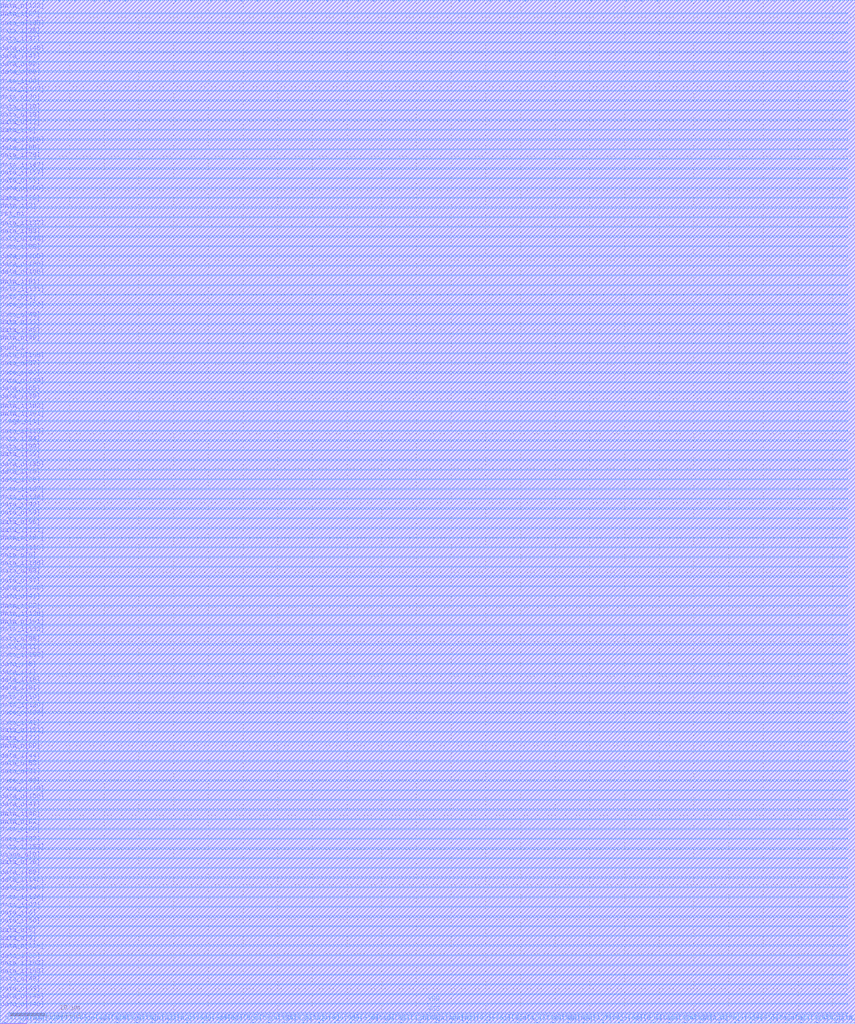
<source format=lef>
VERSION 5.8 ;
BUSBITCHARS "[]" ;
DIVIDERCHAR "/" ;
UNITS
    DATABASE MICRONS 2000 ;
END UNITS

MACRO fifo_v3_8
  FOREIGN fifo_v3_8 0 0 ;
  CLASS BLOCK ;
  SIZE 123.245 BY 147.49 ;
  PIN VSS
    USE GROUND ;
    DIRECTION INOUT ;
    PORT
      LAYER metal4 ;
        RECT  1.14 144.115 122.17 144.285 ;
        RECT  1.14 141.315 122.17 141.485 ;
        RECT  1.14 138.515 122.17 138.685 ;
        RECT  1.14 135.715 122.17 135.885 ;
        RECT  1.14 132.915 122.17 133.085 ;
        RECT  1.14 130.115 122.17 130.285 ;
        RECT  1.14 127.315 122.17 127.485 ;
        RECT  1.14 124.515 122.17 124.685 ;
        RECT  1.14 121.715 122.17 121.885 ;
        RECT  1.14 118.915 122.17 119.085 ;
        RECT  1.14 116.115 122.17 116.285 ;
        RECT  1.14 113.315 122.17 113.485 ;
        RECT  1.14 110.515 122.17 110.685 ;
        RECT  1.14 107.715 122.17 107.885 ;
        RECT  1.14 104.915 122.17 105.085 ;
        RECT  1.14 102.115 122.17 102.285 ;
        RECT  1.14 99.315 122.17 99.485 ;
        RECT  1.14 96.515 122.17 96.685 ;
        RECT  1.14 93.715 122.17 93.885 ;
        RECT  1.14 90.915 122.17 91.085 ;
        RECT  1.14 88.115 122.17 88.285 ;
        RECT  1.14 85.315 122.17 85.485 ;
        RECT  1.14 82.515 122.17 82.685 ;
        RECT  1.14 79.715 122.17 79.885 ;
        RECT  1.14 76.915 122.17 77.085 ;
        RECT  1.14 74.115 122.17 74.285 ;
        RECT  1.14 71.315 122.17 71.485 ;
        RECT  1.14 68.515 122.17 68.685 ;
        RECT  1.14 65.715 122.17 65.885 ;
        RECT  1.14 62.915 122.17 63.085 ;
        RECT  1.14 60.115 122.17 60.285 ;
        RECT  1.14 57.315 122.17 57.485 ;
        RECT  1.14 54.515 122.17 54.685 ;
        RECT  1.14 51.715 122.17 51.885 ;
        RECT  1.14 48.915 122.17 49.085 ;
        RECT  1.14 46.115 122.17 46.285 ;
        RECT  1.14 43.315 122.17 43.485 ;
        RECT  1.14 40.515 122.17 40.685 ;
        RECT  1.14 37.715 122.17 37.885 ;
        RECT  1.14 34.915 122.17 35.085 ;
        RECT  1.14 32.115 122.17 32.285 ;
        RECT  1.14 29.315 122.17 29.485 ;
        RECT  1.14 26.515 122.17 26.685 ;
        RECT  1.14 23.715 122.17 23.885 ;
        RECT  1.14 20.915 122.17 21.085 ;
        RECT  1.14 18.115 122.17 18.285 ;
        RECT  1.14 15.315 122.17 15.485 ;
        RECT  1.14 12.515 122.17 12.685 ;
        RECT  1.14 9.715 122.17 9.885 ;
        RECT  1.14 6.915 122.17 7.085 ;
        RECT  1.14 4.115 122.17 4.285 ;
        RECT  1.14 1.315 122.17 1.485 ;
    END
  END VSS
  PIN VDD
    USE POWER ;
    DIRECTION INOUT ;
    PORT
      LAYER metal4 ;
        RECT  1.14 145.515 122.17 145.685 ;
        RECT  1.14 142.715 122.17 142.885 ;
        RECT  1.14 139.915 122.17 140.085 ;
        RECT  1.14 137.115 122.17 137.285 ;
        RECT  1.14 134.315 122.17 134.485 ;
        RECT  1.14 131.515 122.17 131.685 ;
        RECT  1.14 128.715 122.17 128.885 ;
        RECT  1.14 125.915 122.17 126.085 ;
        RECT  1.14 123.115 122.17 123.285 ;
        RECT  1.14 120.315 122.17 120.485 ;
        RECT  1.14 117.515 122.17 117.685 ;
        RECT  1.14 114.715 122.17 114.885 ;
        RECT  1.14 111.915 122.17 112.085 ;
        RECT  1.14 109.115 122.17 109.285 ;
        RECT  1.14 106.315 122.17 106.485 ;
        RECT  1.14 103.515 122.17 103.685 ;
        RECT  1.14 100.715 122.17 100.885 ;
        RECT  1.14 97.915 122.17 98.085 ;
        RECT  1.14 95.115 122.17 95.285 ;
        RECT  1.14 92.315 122.17 92.485 ;
        RECT  1.14 89.515 122.17 89.685 ;
        RECT  1.14 86.715 122.17 86.885 ;
        RECT  1.14 83.915 122.17 84.085 ;
        RECT  1.14 81.115 122.17 81.285 ;
        RECT  1.14 78.315 122.17 78.485 ;
        RECT  1.14 75.515 122.17 75.685 ;
        RECT  1.14 72.715 122.17 72.885 ;
        RECT  1.14 69.915 122.17 70.085 ;
        RECT  1.14 67.115 122.17 67.285 ;
        RECT  1.14 64.315 122.17 64.485 ;
        RECT  1.14 61.515 122.17 61.685 ;
        RECT  1.14 58.715 122.17 58.885 ;
        RECT  1.14 55.915 122.17 56.085 ;
        RECT  1.14 53.115 122.17 53.285 ;
        RECT  1.14 50.315 122.17 50.485 ;
        RECT  1.14 47.515 122.17 47.685 ;
        RECT  1.14 44.715 122.17 44.885 ;
        RECT  1.14 41.915 122.17 42.085 ;
        RECT  1.14 39.115 122.17 39.285 ;
        RECT  1.14 36.315 122.17 36.485 ;
        RECT  1.14 33.515 122.17 33.685 ;
        RECT  1.14 30.715 122.17 30.885 ;
        RECT  1.14 27.915 122.17 28.085 ;
        RECT  1.14 25.115 122.17 25.285 ;
        RECT  1.14 22.315 122.17 22.485 ;
        RECT  1.14 19.515 122.17 19.685 ;
        RECT  1.14 16.715 122.17 16.885 ;
        RECT  1.14 13.915 122.17 14.085 ;
        RECT  1.14 11.115 122.17 11.285 ;
        RECT  1.14 8.315 122.17 8.485 ;
        RECT  1.14 5.515 122.17 5.685 ;
        RECT  1.14 2.715 122.17 2.885 ;
    END
  END VDD
  PIN clk_i
    DIRECTION INPUT ;
    USE SIGNAL ;
    PORT
      LAYER metal3 ;
        RECT  123.175 38.115 123.245 38.185 ;
    END
  END clk_i
  PIN data_i[0]
    DIRECTION INPUT ;
    USE SIGNAL ;
    PORT
      LAYER metal3 ;
        RECT  123.175 87.115 123.245 87.185 ;
    END
  END data_i[0]
  PIN data_i[100]
    DIRECTION INPUT ;
    USE SIGNAL ;
    PORT
      LAYER metal3 ;
        RECT  123.175 58.555 123.245 58.625 ;
    END
  END data_i[100]
  PIN data_i[101]
    DIRECTION INPUT ;
    USE SIGNAL ;
    PORT
      LAYER metal3 ;
        RECT  0 87.115 0.07 87.185 ;
    END
  END data_i[101]
  PIN data_i[102]
    DIRECTION INPUT ;
    USE SIGNAL ;
    PORT
      LAYER metal4 ;
        RECT  75.625 147.35 75.765 147.49 ;
    END
  END data_i[102]
  PIN data_i[103]
    DIRECTION INPUT ;
    USE SIGNAL ;
    PORT
      LAYER metal3 ;
        RECT  0 7.875 0.07 7.945 ;
    END
  END data_i[103]
  PIN data_i[104]
    DIRECTION INPUT ;
    USE SIGNAL ;
    PORT
      LAYER metal3 ;
        RECT  123.175 61.915 123.245 61.985 ;
    END
  END data_i[104]
  PIN data_i[105]
    DIRECTION INPUT ;
    USE SIGNAL ;
    PORT
      LAYER metal4 ;
        RECT  61.065 147.35 61.205 147.49 ;
    END
  END data_i[105]
  PIN data_i[106]
    DIRECTION INPUT ;
    USE SIGNAL ;
    PORT
      LAYER metal3 ;
        RECT  123.175 45.115 123.245 45.185 ;
    END
  END data_i[106]
  PIN data_i[107]
    DIRECTION INPUT ;
    USE SIGNAL ;
    PORT
      LAYER metal3 ;
        RECT  0 133.875 0.07 133.945 ;
    END
  END data_i[107]
  PIN data_i[108]
    DIRECTION INPUT ;
    USE SIGNAL ;
    PORT
      LAYER metal3 ;
        RECT  0 6.755 0.07 6.825 ;
    END
  END data_i[108]
  PIN data_i[109]
    DIRECTION INPUT ;
    USE SIGNAL ;
    PORT
      LAYER metal3 ;
        RECT  123.175 12.915 123.245 12.985 ;
    END
  END data_i[109]
  PIN data_i[10]
    DIRECTION INPUT ;
    USE SIGNAL ;
    PORT
      LAYER metal3 ;
        RECT  0 131.355 0.07 131.425 ;
    END
  END data_i[10]
  PIN data_i[110]
    DIRECTION INPUT ;
    USE SIGNAL ;
    PORT
      LAYER metal4 ;
        RECT  74.505 0 74.645 0.14 ;
    END
  END data_i[110]
  PIN data_i[111]
    DIRECTION INPUT ;
    USE SIGNAL ;
    PORT
      LAYER metal3 ;
        RECT  123.175 41.755 123.245 41.825 ;
    END
  END data_i[111]
  PIN data_i[112]
    DIRECTION INPUT ;
    USE SIGNAL ;
    PORT
      LAYER metal3 ;
        RECT  123.175 89.635 123.245 89.705 ;
    END
  END data_i[112]
  PIN data_i[113]
    DIRECTION INPUT ;
    USE SIGNAL ;
    PORT
      LAYER metal4 ;
        RECT  113.145 0 113.285 0.14 ;
    END
  END data_i[113]
  PIN data_i[114]
    DIRECTION INPUT ;
    USE SIGNAL ;
    PORT
      LAYER metal3 ;
        RECT  123.175 75.355 123.245 75.425 ;
    END
  END data_i[114]
  PIN data_i[115]
    DIRECTION INPUT ;
    USE SIGNAL ;
    PORT
      LAYER metal4 ;
        RECT  104.185 147.35 104.325 147.49 ;
    END
  END data_i[115]
  PIN data_i[116]
    DIRECTION INPUT ;
    USE SIGNAL ;
    PORT
      LAYER metal3 ;
        RECT  0 67.795 0.07 67.865 ;
    END
  END data_i[116]
  PIN data_i[117]
    DIRECTION INPUT ;
    USE SIGNAL ;
    PORT
      LAYER metal4 ;
        RECT  15.705 147.35 15.845 147.49 ;
    END
  END data_i[117]
  PIN data_i[118]
    DIRECTION INPUT ;
    USE SIGNAL ;
    PORT
      LAYER metal3 ;
        RECT  0 84.595 0.07 84.665 ;
    END
  END data_i[118]
  PIN data_i[119]
    DIRECTION INPUT ;
    USE SIGNAL ;
    PORT
      LAYER metal3 ;
        RECT  123.175 3.395 123.245 3.465 ;
    END
  END data_i[119]
  PIN data_i[11]
    DIRECTION INPUT ;
    USE SIGNAL ;
    PORT
      LAYER metal3 ;
        RECT  123.175 111.195 123.245 111.265 ;
    END
  END data_i[11]
  PIN data_i[120]
    DIRECTION INPUT ;
    USE SIGNAL ;
    PORT
      LAYER metal3 ;
        RECT  0 45.115 0.07 45.185 ;
    END
  END data_i[120]
  PIN data_i[121]
    DIRECTION INPUT ;
    USE SIGNAL ;
    PORT
      LAYER metal3 ;
        RECT  0 70.315 0.07 70.385 ;
    END
  END data_i[121]
  PIN data_i[122]
    DIRECTION INPUT ;
    USE SIGNAL ;
    PORT
      LAYER metal3 ;
        RECT  123.175 64.435 123.245 64.505 ;
    END
  END data_i[122]
  PIN data_i[123]
    DIRECTION INPUT ;
    USE SIGNAL ;
    PORT
      LAYER metal4 ;
        RECT  98.585 0 98.725 0.14 ;
    END
  END data_i[123]
  PIN data_i[124]
    DIRECTION INPUT ;
    USE SIGNAL ;
    PORT
      LAYER metal3 ;
        RECT  0 75.075 0.07 75.145 ;
    END
  END data_i[124]
  PIN data_i[125]
    DIRECTION INPUT ;
    USE SIGNAL ;
    PORT
      LAYER metal4 ;
        RECT  109.225 147.35 109.365 147.49 ;
    END
  END data_i[125]
  PIN data_i[126]
    DIRECTION INPUT ;
    USE SIGNAL ;
    PORT
      LAYER metal4 ;
        RECT  55.465 0 55.605 0.14 ;
    END
  END data_i[126]
  PIN data_i[127]
    DIRECTION INPUT ;
    USE SIGNAL ;
    PORT
      LAYER metal3 ;
        RECT  0 76.195 0.07 76.265 ;
    END
  END data_i[127]
  PIN data_i[128]
    DIRECTION INPUT ;
    USE SIGNAL ;
    PORT
      LAYER metal3 ;
        RECT  123.175 81.235 123.245 81.305 ;
    END
  END data_i[128]
  PIN data_i[129]
    DIRECTION INPUT ;
    USE SIGNAL ;
    PORT
      LAYER metal3 ;
        RECT  123.175 105.315 123.245 105.385 ;
    END
  END data_i[129]
  PIN data_i[12]
    DIRECTION INPUT ;
    USE SIGNAL ;
    PORT
      LAYER metal3 ;
        RECT  123.175 66.955 123.245 67.025 ;
    END
  END data_i[12]
  PIN data_i[130]
    DIRECTION INPUT ;
    USE SIGNAL ;
    PORT
      LAYER metal4 ;
        RECT  91.305 0 91.445 0.14 ;
    END
  END data_i[130]
  PIN data_i[131]
    DIRECTION INPUT ;
    USE SIGNAL ;
    PORT
      LAYER metal3 ;
        RECT  0 105.035 0.07 105.105 ;
    END
  END data_i[131]
  PIN data_i[132]
    DIRECTION INPUT ;
    USE SIGNAL ;
    PORT
      LAYER metal3 ;
        RECT  0 56.035 0.07 56.105 ;
    END
  END data_i[132]
  PIN data_i[133]
    DIRECTION INPUT ;
    USE SIGNAL ;
    PORT
      LAYER metal3 ;
        RECT  123.175 31.955 123.245 32.025 ;
    END
  END data_i[133]
  PIN data_i[134]
    DIRECTION INPUT ;
    USE SIGNAL ;
    PORT
      LAYER metal3 ;
        RECT  0 17.395 0.07 17.465 ;
    END
  END data_i[134]
  PIN data_i[135]
    DIRECTION INPUT ;
    USE SIGNAL ;
    PORT
      LAYER metal4 ;
        RECT  12.345 0 12.485 0.14 ;
    END
  END data_i[135]
  PIN data_i[136]
    DIRECTION INPUT ;
    USE SIGNAL ;
    PORT
      LAYER metal3 ;
        RECT  0 58.275 0.07 58.345 ;
    END
  END data_i[136]
  PIN data_i[137]
    DIRECTION INPUT ;
    USE SIGNAL ;
    PORT
      LAYER metal3 ;
        RECT  0 114.555 0.07 114.625 ;
    END
  END data_i[137]
  PIN data_i[138]
    DIRECTION INPUT ;
    USE SIGNAL ;
    PORT
      LAYER metal4 ;
        RECT  42.025 147.35 42.165 147.49 ;
    END
  END data_i[138]
  PIN data_i[139]
    DIRECTION INPUT ;
    USE SIGNAL ;
    PORT
      LAYER metal4 ;
        RECT  20.185 147.35 20.325 147.49 ;
    END
  END data_i[139]
  PIN data_i[13]
    DIRECTION INPUT ;
    USE SIGNAL ;
    PORT
      LAYER metal3 ;
        RECT  123.175 119.595 123.245 119.665 ;
    END
  END data_i[13]
  PIN data_i[140]
    DIRECTION INPUT ;
    USE SIGNAL ;
    PORT
      LAYER metal3 ;
        RECT  0 18.795 0.07 18.865 ;
    END
  END data_i[140]
  PIN data_i[141]
    DIRECTION INPUT ;
    USE SIGNAL ;
    PORT
      LAYER metal4 ;
        RECT  56.585 147.35 56.725 147.49 ;
    END
  END data_i[141]
  PIN data_i[142]
    DIRECTION INPUT ;
    USE SIGNAL ;
    PORT
      LAYER metal3 ;
        RECT  0 61.915 0.07 61.985 ;
    END
  END data_i[142]
  PIN data_i[143]
    DIRECTION INPUT ;
    USE SIGNAL ;
    PORT
      LAYER metal3 ;
        RECT  0 19.915 0.07 19.985 ;
    END
  END data_i[143]
  PIN data_i[144]
    DIRECTION INPUT ;
    USE SIGNAL ;
    PORT
      LAYER metal3 ;
        RECT  123.175 21.315 123.245 21.385 ;
    END
  END data_i[144]
  PIN data_i[145]
    DIRECTION INPUT ;
    USE SIGNAL ;
    PORT
      LAYER metal4 ;
        RECT  120.425 0 120.565 0.14 ;
    END
  END data_i[145]
  PIN data_i[146]
    DIRECTION INPUT ;
    USE SIGNAL ;
    PORT
      LAYER metal4 ;
        RECT  70.585 147.35 70.725 147.49 ;
    END
  END data_i[146]
  PIN data_i[147]
    DIRECTION INPUT ;
    USE SIGNAL ;
    PORT
      LAYER metal3 ;
        RECT  0 122.955 0.07 123.025 ;
    END
  END data_i[147]
  PIN data_i[148]
    DIRECTION INPUT ;
    USE SIGNAL ;
    PORT
      LAYER metal4 ;
        RECT  58.825 147.35 58.965 147.49 ;
    END
  END data_i[148]
  PIN data_i[149]
    DIRECTION INPUT ;
    USE SIGNAL ;
    PORT
      LAYER metal4 ;
        RECT  114.265 147.35 114.405 147.49 ;
    END
  END data_i[149]
  PIN data_i[14]
    DIRECTION INPUT ;
    USE SIGNAL ;
    PORT
      LAYER metal4 ;
        RECT  111.465 147.35 111.605 147.49 ;
    END
  END data_i[14]
  PIN data_i[150]
    DIRECTION INPUT ;
    USE SIGNAL ;
    PORT
      LAYER metal3 ;
        RECT  0 102.795 0.07 102.865 ;
    END
  END data_i[150]
  PIN data_i[151]
    DIRECTION INPUT ;
    USE SIGNAL ;
    PORT
      LAYER metal4 ;
        RECT  106.985 147.35 107.125 147.49 ;
    END
  END data_i[151]
  PIN data_i[152]
    DIRECTION INPUT ;
    USE SIGNAL ;
    PORT
      LAYER metal3 ;
        RECT  0 52.395 0.07 52.465 ;
    END
  END data_i[152]
  PIN data_i[153]
    DIRECTION INPUT ;
    USE SIGNAL ;
    PORT
      LAYER metal3 ;
        RECT  0 24.675 0.07 24.745 ;
    END
  END data_i[153]
  PIN data_i[154]
    DIRECTION INPUT ;
    USE SIGNAL ;
    PORT
      LAYER metal4 ;
        RECT  103.625 0 103.765 0.14 ;
    END
  END data_i[154]
  PIN data_i[155]
    DIRECTION INPUT ;
    USE SIGNAL ;
    PORT
      LAYER metal3 ;
        RECT  123.175 137.515 123.245 137.585 ;
    END
  END data_i[155]
  PIN data_i[156]
    DIRECTION INPUT ;
    USE SIGNAL ;
    PORT
      LAYER metal3 ;
        RECT  123.175 114.835 123.245 114.905 ;
    END
  END data_i[156]
  PIN data_i[157]
    DIRECTION INPUT ;
    USE SIGNAL ;
    PORT
      LAYER metal3 ;
        RECT  0 121.835 0.07 121.905 ;
    END
  END data_i[157]
  PIN data_i[158]
    DIRECTION INPUT ;
    USE SIGNAL ;
    PORT
      LAYER metal3 ;
        RECT  0 126.595 0.07 126.665 ;
    END
  END data_i[158]
  PIN data_i[159]
    DIRECTION INPUT ;
    USE SIGNAL ;
    PORT
      LAYER metal3 ;
        RECT  123.175 115.955 123.245 116.025 ;
    END
  END data_i[159]
  PIN data_i[15]
    DIRECTION INPUT ;
    USE SIGNAL ;
    PORT
      LAYER metal3 ;
        RECT  123.175 112.315 123.245 112.385 ;
    END
  END data_i[15]
  PIN data_i[160]
    DIRECTION INPUT ;
    USE SIGNAL ;
    PORT
      LAYER metal4 ;
        RECT  60.505 0 60.645 0.14 ;
    END
  END data_i[160]
  PIN data_i[161]
    DIRECTION INPUT ;
    USE SIGNAL ;
    PORT
      LAYER metal4 ;
        RECT  67.225 0 67.365 0.14 ;
    END
  END data_i[161]
  PIN data_i[162]
    DIRECTION INPUT ;
    USE SIGNAL ;
    PORT
      LAYER metal4 ;
        RECT  117.625 0 117.765 0.14 ;
    END
  END data_i[162]
  PIN data_i[163]
    DIRECTION INPUT ;
    USE SIGNAL ;
    PORT
      LAYER metal3 ;
        RECT  0 88.235 0.07 88.305 ;
    END
  END data_i[163]
  PIN data_i[164]
    DIRECTION INPUT ;
    USE SIGNAL ;
    PORT
      LAYER metal3 ;
        RECT  123.175 127.995 123.245 128.065 ;
    END
  END data_i[164]
  PIN data_i[165]
    DIRECTION INPUT ;
    USE SIGNAL ;
    PORT
      LAYER metal3 ;
        RECT  0 109.795 0.07 109.865 ;
    END
  END data_i[165]
  PIN data_i[166]
    DIRECTION INPUT ;
    USE SIGNAL ;
    PORT
      LAYER metal3 ;
        RECT  0 65.555 0.07 65.625 ;
    END
  END data_i[166]
  PIN data_i[16]
    DIRECTION INPUT ;
    USE SIGNAL ;
    PORT
      LAYER metal3 ;
        RECT  123.175 63.315 123.245 63.385 ;
    END
  END data_i[16]
  PIN data_i[17]
    DIRECTION INPUT ;
    USE SIGNAL ;
    PORT
      LAYER metal3 ;
        RECT  123.175 26.075 123.245 26.145 ;
    END
  END data_i[17]
  PIN data_i[18]
    DIRECTION INPUT ;
    USE SIGNAL ;
    PORT
      LAYER metal3 ;
        RECT  0 48.755 0.07 48.825 ;
    END
  END data_i[18]
  PIN data_i[19]
    DIRECTION INPUT ;
    USE SIGNAL ;
    PORT
      LAYER metal3 ;
        RECT  123.175 120.715 123.245 120.785 ;
    END
  END data_i[19]
  PIN data_i[1]
    DIRECTION INPUT ;
    USE SIGNAL ;
    PORT
      LAYER metal3 ;
        RECT  0 49.875 0.07 49.945 ;
    END
  END data_i[1]
  PIN data_i[20]
    DIRECTION INPUT ;
    USE SIGNAL ;
    PORT
      LAYER metal3 ;
        RECT  123.175 145.915 123.245 145.985 ;
    END
  END data_i[20]
  PIN data_i[21]
    DIRECTION INPUT ;
    USE SIGNAL ;
    PORT
      LAYER metal4 ;
        RECT  118.745 147.35 118.885 147.49 ;
    END
  END data_i[21]
  PIN data_i[22]
    DIRECTION INPUT ;
    USE SIGNAL ;
    PORT
      LAYER metal3 ;
        RECT  0 59.395 0.07 59.465 ;
    END
  END data_i[22]
  PIN data_i[23]
    DIRECTION INPUT ;
    USE SIGNAL ;
    PORT
      LAYER metal4 ;
        RECT  1.145 147.35 1.285 147.49 ;
    END
  END data_i[23]
  PIN data_i[24]
    DIRECTION INPUT ;
    USE SIGNAL ;
    PORT
      LAYER metal4 ;
        RECT  84.025 0 84.165 0.14 ;
    END
  END data_i[24]
  PIN data_i[25]
    DIRECTION INPUT ;
    USE SIGNAL ;
    PORT
      LAYER metal4 ;
        RECT  92.425 147.35 92.565 147.49 ;
    END
  END data_i[25]
  PIN data_i[26]
    DIRECTION INPUT ;
    USE SIGNAL ;
    PORT
      LAYER metal3 ;
        RECT  0 118.195 0.07 118.265 ;
    END
  END data_i[26]
  PIN data_i[27]
    DIRECTION INPUT ;
    USE SIGNAL ;
    PORT
      LAYER metal3 ;
        RECT  0 144.795 0.07 144.865 ;
    END
  END data_i[27]
  PIN data_i[28]
    DIRECTION INPUT ;
    USE SIGNAL ;
    PORT
      LAYER metal3 ;
        RECT  123.175 51.275 123.245 51.345 ;
    END
  END data_i[28]
  PIN data_i[29]
    DIRECTION INPUT ;
    USE SIGNAL ;
    PORT
      LAYER metal4 ;
        RECT  64.985 0 65.125 0.14 ;
    END
  END data_i[29]
  PIN data_i[2]
    DIRECTION INPUT ;
    USE SIGNAL ;
    PORT
      LAYER metal4 ;
        RECT  68.345 147.35 68.485 147.49 ;
    END
  END data_i[2]
  PIN data_i[30]
    DIRECTION INPUT ;
    USE SIGNAL ;
    PORT
      LAYER metal4 ;
        RECT  99.705 147.35 99.845 147.49 ;
    END
  END data_i[30]
  PIN data_i[31]
    DIRECTION INPUT ;
    USE SIGNAL ;
    PORT
      LAYER metal3 ;
        RECT  123.175 124.355 123.245 124.425 ;
    END
  END data_i[31]
  PIN data_i[32]
    DIRECTION INPUT ;
    USE SIGNAL ;
    PORT
      LAYER metal3 ;
        RECT  0 34.195 0.07 34.265 ;
    END
  END data_i[32]
  PIN data_i[33]
    DIRECTION INPUT ;
    USE SIGNAL ;
    PORT
      LAYER metal3 ;
        RECT  0 8.995 0.07 9.065 ;
    END
  END data_i[33]
  PIN data_i[34]
    DIRECTION INPUT ;
    USE SIGNAL ;
    PORT
      LAYER metal4 ;
        RECT  30.265 147.35 30.405 147.49 ;
    END
  END data_i[34]
  PIN data_i[35]
    DIRECTION INPUT ;
    USE SIGNAL ;
    PORT
      LAYER metal4 ;
        RECT  53.225 0 53.365 0.14 ;
    END
  END data_i[35]
  PIN data_i[36]
    DIRECTION INPUT ;
    USE SIGNAL ;
    PORT
      LAYER metal3 ;
        RECT  0 142.275 0.07 142.345 ;
    END
  END data_i[36]
  PIN data_i[37]
    DIRECTION INPUT ;
    USE SIGNAL ;
    PORT
      LAYER metal3 ;
        RECT  0 141.155 0.07 141.225 ;
    END
  END data_i[37]
  PIN data_i[38]
    DIRECTION INPUT ;
    USE SIGNAL ;
    PORT
      LAYER metal3 ;
        RECT  0 77.595 0.07 77.665 ;
    END
  END data_i[38]
  PIN data_i[39]
    DIRECTION INPUT ;
    USE SIGNAL ;
    PORT
      LAYER metal3 ;
        RECT  0 81.235 0.07 81.305 ;
    END
  END data_i[39]
  PIN data_i[3]
    DIRECTION INPUT ;
    USE SIGNAL ;
    PORT
      LAYER metal3 ;
        RECT  0 117.075 0.07 117.145 ;
    END
  END data_i[3]
  PIN data_i[40]
    DIRECTION INPUT ;
    USE SIGNAL ;
    PORT
      LAYER metal3 ;
        RECT  123.175 50.155 123.245 50.225 ;
    END
  END data_i[40]
  PIN data_i[41]
    DIRECTION INPUT ;
    USE SIGNAL ;
    PORT
      LAYER metal3 ;
        RECT  0 42.595 0.07 42.665 ;
    END
  END data_i[41]
  PIN data_i[42]
    DIRECTION INPUT ;
    USE SIGNAL ;
    PORT
      LAYER metal3 ;
        RECT  123.175 40.355 123.245 40.425 ;
    END
  END data_i[42]
  PIN data_i[43]
    DIRECTION INPUT ;
    USE SIGNAL ;
    PORT
      LAYER metal4 ;
        RECT  82.905 147.35 83.045 147.49 ;
    END
  END data_i[43]
  PIN data_i[44]
    DIRECTION INPUT ;
    USE SIGNAL ;
    PORT
      LAYER metal3 ;
        RECT  0 37.835 0.07 37.905 ;
    END
  END data_i[44]
  PIN data_i[45]
    DIRECTION INPUT ;
    USE SIGNAL ;
    PORT
      LAYER metal3 ;
        RECT  0 99.155 0.07 99.225 ;
    END
  END data_i[45]
  PIN data_i[46]
    DIRECTION INPUT ;
    USE SIGNAL ;
    PORT
      LAYER metal3 ;
        RECT  123.175 56.035 123.245 56.105 ;
    END
  END data_i[46]
  PIN data_i[47]
    DIRECTION INPUT ;
    USE SIGNAL ;
    PORT
      LAYER metal3 ;
        RECT  0 138.635 0.07 138.705 ;
    END
  END data_i[47]
  PIN data_i[48]
    DIRECTION INPUT ;
    USE SIGNAL ;
    PORT
      LAYER metal3 ;
        RECT  0 29.435 0.07 29.505 ;
    END
  END data_i[48]
  PIN data_i[49]
    DIRECTION INPUT ;
    USE SIGNAL ;
    PORT
      LAYER metal4 ;
        RECT  57.705 0 57.845 0.14 ;
    END
  END data_i[49]
  PIN data_i[4]
    DIRECTION INPUT ;
    USE SIGNAL ;
    PORT
      LAYER metal3 ;
        RECT  123.175 47.635 123.245 47.705 ;
    END
  END data_i[4]
  PIN data_i[50]
    DIRECTION INPUT ;
    USE SIGNAL ;
    PORT
      LAYER metal3 ;
        RECT  0 14.035 0.07 14.105 ;
    END
  END data_i[50]
  PIN data_i[51]
    DIRECTION INPUT ;
    USE SIGNAL ;
    PORT
      LAYER metal3 ;
        RECT  0 106.155 0.07 106.225 ;
    END
  END data_i[51]
  PIN data_i[52]
    DIRECTION INPUT ;
    USE SIGNAL ;
    PORT
      LAYER metal4 ;
        RECT  29.145 0 29.285 0.14 ;
    END
  END data_i[52]
  PIN data_i[53]
    DIRECTION INPUT ;
    USE SIGNAL ;
    PORT
      LAYER metal4 ;
        RECT  6.185 147.35 6.325 147.49 ;
    END
  END data_i[53]
  PIN data_i[54]
    DIRECTION INPUT ;
    USE SIGNAL ;
    PORT
      LAYER metal4 ;
        RECT  34.745 147.35 34.885 147.49 ;
    END
  END data_i[54]
  PIN data_i[55]
    DIRECTION INPUT ;
    USE SIGNAL ;
    PORT
      LAYER metal3 ;
        RECT  123.175 54.915 123.245 54.985 ;
    END
  END data_i[55]
  PIN data_i[56]
    DIRECTION INPUT ;
    USE SIGNAL ;
    PORT
      LAYER metal3 ;
        RECT  123.175 28.595 123.245 28.665 ;
    END
  END data_i[56]
  PIN data_i[57]
    DIRECTION INPUT ;
    USE SIGNAL ;
    PORT
      LAYER metal3 ;
        RECT  123.175 73.955 123.245 74.025 ;
    END
  END data_i[57]
  PIN data_i[58]
    DIRECTION INPUT ;
    USE SIGNAL ;
    PORT
      LAYER metal3 ;
        RECT  0 113.435 0.07 113.505 ;
    END
  END data_i[58]
  PIN data_i[59]
    DIRECTION INPUT ;
    USE SIGNAL ;
    PORT
      LAYER metal3 ;
        RECT  123.175 136.395 123.245 136.465 ;
    END
  END data_i[59]
  PIN data_i[5]
    DIRECTION INPUT ;
    USE SIGNAL ;
    PORT
      LAYER metal3 ;
        RECT  123.175 42.875 123.245 42.945 ;
    END
  END data_i[5]
  PIN data_i[60]
    DIRECTION INPUT ;
    USE SIGNAL ;
    PORT
      LAYER metal4 ;
        RECT  86.825 0 86.965 0.14 ;
    END
  END data_i[60]
  PIN data_i[61]
    DIRECTION INPUT ;
    USE SIGNAL ;
    PORT
      LAYER metal3 ;
        RECT  123.175 29.715 123.245 29.785 ;
    END
  END data_i[61]
  PIN data_i[62]
    DIRECTION INPUT ;
    USE SIGNAL ;
    PORT
      LAYER metal4 ;
        RECT  21.865 0 22.005 0.14 ;
    END
  END data_i[62]
  PIN data_i[63]
    DIRECTION INPUT ;
    USE SIGNAL ;
    PORT
      LAYER metal3 ;
        RECT  123.175 83.755 123.245 83.825 ;
    END
  END data_i[63]
  PIN data_i[64]
    DIRECTION INPUT ;
    USE SIGNAL ;
    PORT
      LAYER metal3 ;
        RECT  123.175 113.715 123.245 113.785 ;
    END
  END data_i[64]
  PIN data_i[65]
    DIRECTION INPUT ;
    USE SIGNAL ;
    PORT
      LAYER metal3 ;
        RECT  0 90.755 0.07 90.825 ;
    END
  END data_i[65]
  PIN data_i[66]
    DIRECTION INPUT ;
    USE SIGNAL ;
    PORT
      LAYER metal3 ;
        RECT  123.175 57.155 123.245 57.225 ;
    END
  END data_i[66]
  PIN data_i[67]
    DIRECTION INPUT ;
    USE SIGNAL ;
    PORT
      LAYER metal3 ;
        RECT  123.175 24.955 123.245 25.025 ;
    END
  END data_i[67]
  PIN data_i[68]
    DIRECTION INPUT ;
    USE SIGNAL ;
    PORT
      LAYER metal3 ;
        RECT  123.175 4.515 123.245 4.585 ;
    END
  END data_i[68]
  PIN data_i[69]
    DIRECTION INPUT ;
    USE SIGNAL ;
    PORT
      LAYER metal4 ;
        RECT  49.305 147.35 49.445 147.49 ;
    END
  END data_i[69]
  PIN data_i[6]
    DIRECTION INPUT ;
    USE SIGNAL ;
    PORT
      LAYER metal3 ;
        RECT  0 15.155 0.07 15.225 ;
    END
  END data_i[6]
  PIN data_i[70]
    DIRECTION INPUT ;
    USE SIGNAL ;
    PORT
      LAYER metal3 ;
        RECT  0 78.715 0.07 78.785 ;
    END
  END data_i[70]
  PIN data_i[71]
    DIRECTION INPUT ;
    USE SIGNAL ;
    PORT
      LAYER metal3 ;
        RECT  123.175 88.515 123.245 88.585 ;
    END
  END data_i[71]
  PIN data_i[72]
    DIRECTION INPUT ;
    USE SIGNAL ;
    PORT
      LAYER metal3 ;
        RECT  0 40.355 0.07 40.425 ;
    END
  END data_i[72]
  PIN data_i[73]
    DIRECTION INPUT ;
    USE SIGNAL ;
    PORT
      LAYER metal3 ;
        RECT  123.175 23.555 123.245 23.625 ;
    END
  END data_i[73]
  PIN data_i[74]
    DIRECTION INPUT ;
    USE SIGNAL ;
    PORT
      LAYER metal3 ;
        RECT  123.175 138.915 123.245 138.985 ;
    END
  END data_i[74]
  PIN data_i[75]
    DIRECTION INPUT ;
    USE SIGNAL ;
    PORT
      LAYER metal4 ;
        RECT  105.865 0 106.005 0.14 ;
    END
  END data_i[75]
  PIN data_i[76]
    DIRECTION INPUT ;
    USE SIGNAL ;
    PORT
      LAYER metal3 ;
        RECT  0 124.355 0.07 124.425 ;
    END
  END data_i[76]
  PIN data_i[77]
    DIRECTION INPUT ;
    USE SIGNAL ;
    PORT
      LAYER metal3 ;
        RECT  123.175 48.755 123.245 48.825 ;
    END
  END data_i[77]
  PIN data_i[78]
    DIRECTION INPUT ;
    USE SIGNAL ;
    PORT
      LAYER metal3 ;
        RECT  123.175 93.275 123.245 93.345 ;
    END
  END data_i[78]
  PIN data_i[79]
    DIRECTION INPUT ;
    USE SIGNAL ;
    PORT
      LAYER metal3 ;
        RECT  0 89.635 0.07 89.705 ;
    END
  END data_i[79]
  PIN data_i[7]
    DIRECTION INPUT ;
    USE SIGNAL ;
    PORT
      LAYER metal4 ;
        RECT  70.025 0 70.165 0.14 ;
    END
  END data_i[7]
  PIN data_i[80]
    DIRECTION INPUT ;
    USE SIGNAL ;
    PORT
      LAYER metal4 ;
        RECT  36.985 147.35 37.125 147.49 ;
    END
  END data_i[80]
  PIN data_i[81]
    DIRECTION INPUT ;
    USE SIGNAL ;
    PORT
      LAYER metal3 ;
        RECT  123.175 17.675 123.245 17.745 ;
    END
  END data_i[81]
  PIN data_i[82]
    DIRECTION INPUT ;
    USE SIGNAL ;
    PORT
      LAYER metal4 ;
        RECT  39.785 147.35 39.925 147.49 ;
    END
  END data_i[82]
  PIN data_i[83]
    DIRECTION INPUT ;
    USE SIGNAL ;
    PORT
      LAYER metal4 ;
        RECT  38.665 0 38.805 0.14 ;
    END
  END data_i[83]
  PIN data_i[84]
    DIRECTION INPUT ;
    USE SIGNAL ;
    PORT
      LAYER metal3 ;
        RECT  0 83.475 0.07 83.545 ;
    END
  END data_i[84]
  PIN data_i[85]
    DIRECTION INPUT ;
    USE SIGNAL ;
    PORT
      LAYER metal3 ;
        RECT  0 125.475 0.07 125.545 ;
    END
  END data_i[85]
  PIN data_i[86]
    DIRECTION INPUT ;
    USE SIGNAL ;
    PORT
      LAYER metal3 ;
        RECT  123.175 34.475 123.245 34.545 ;
    END
  END data_i[86]
  PIN data_i[87]
    DIRECTION INPUT ;
    USE SIGNAL ;
    PORT
      LAYER metal3 ;
        RECT  0 25.795 0.07 25.865 ;
    END
  END data_i[87]
  PIN data_i[88]
    DIRECTION INPUT ;
    USE SIGNAL ;
    PORT
      LAYER metal3 ;
        RECT  0 134.995 0.07 135.065 ;
    END
  END data_i[88]
  PIN data_i[89]
    DIRECTION INPUT ;
    USE SIGNAL ;
    PORT
      LAYER metal3 ;
        RECT  0 21.035 0.07 21.105 ;
    END
  END data_i[89]
  PIN data_i[8]
    DIRECTION INPUT ;
    USE SIGNAL ;
    PORT
      LAYER metal3 ;
        RECT  0 50.995 0.07 51.065 ;
    END
  END data_i[8]
  PIN data_i[90]
    DIRECTION INPUT ;
    USE SIGNAL ;
    PORT
      LAYER metal4 ;
        RECT  89.065 0 89.205 0.14 ;
    END
  END data_i[90]
  PIN data_i[91]
    DIRECTION INPUT ;
    USE SIGNAL ;
    PORT
      LAYER metal3 ;
        RECT  0 47.635 0.07 47.705 ;
    END
  END data_i[91]
  PIN data_i[92]
    DIRECTION INPUT ;
    USE SIGNAL ;
    PORT
      LAYER metal3 ;
        RECT  0 73.955 0.07 74.025 ;
    END
  END data_i[92]
  PIN data_i[93]
    DIRECTION INPUT ;
    USE SIGNAL ;
    PORT
      LAYER metal4 ;
        RECT  87.385 147.35 87.525 147.49 ;
    END
  END data_i[93]
  PIN data_i[94]
    DIRECTION INPUT ;
    USE SIGNAL ;
    PORT
      LAYER metal3 ;
        RECT  123.175 103.915 123.245 103.985 ;
    END
  END data_i[94]
  PIN data_i[95]
    DIRECTION INPUT ;
    USE SIGNAL ;
    PORT
      LAYER metal3 ;
        RECT  0 111.195 0.07 111.265 ;
    END
  END data_i[95]
  PIN data_i[96]
    DIRECTION INPUT ;
    USE SIGNAL ;
    PORT
      LAYER metal3 ;
        RECT  0 92.995 0.07 93.065 ;
    END
  END data_i[96]
  PIN data_i[97]
    DIRECTION INPUT ;
    USE SIGNAL ;
    PORT
      LAYER metal3 ;
        RECT  0 16.275 0.07 16.345 ;
    END
  END data_i[97]
  PIN data_i[98]
    DIRECTION INPUT ;
    USE SIGNAL ;
    PORT
      LAYER metal3 ;
        RECT  123.175 15.155 123.245 15.225 ;
    END
  END data_i[98]
  PIN data_i[99]
    DIRECTION INPUT ;
    USE SIGNAL ;
    PORT
      LAYER metal3 ;
        RECT  0 82.355 0.07 82.425 ;
    END
  END data_i[99]
  PIN data_i[9]
    DIRECTION INPUT ;
    USE SIGNAL ;
    PORT
      LAYER metal3 ;
        RECT  0 127.995 0.07 128.065 ;
    END
  END data_i[9]
  PIN data_o[0]
    DIRECTION OUTPUT ;
    USE SIGNAL ;
    PORT
      LAYER metal3 ;
        RECT  0 66.675 0.07 66.745 ;
    END
  END data_o[0]
  PIN data_o[100]
    DIRECTION OUTPUT ;
    USE SIGNAL ;
    PORT
      LAYER metal3 ;
        RECT  0 108.675 0.07 108.745 ;
    END
  END data_o[100]
  PIN data_o[101]
    DIRECTION OUTPUT ;
    USE SIGNAL ;
    PORT
      LAYER metal3 ;
        RECT  0 57.155 0.07 57.225 ;
    END
  END data_o[101]
  PIN data_o[102]
    DIRECTION OUTPUT ;
    USE SIGNAL ;
    PORT
      LAYER metal3 ;
        RECT  123.175 60.795 123.245 60.865 ;
    END
  END data_o[102]
  PIN data_o[103]
    DIRECTION OUTPUT ;
    USE SIGNAL ;
    PORT
      LAYER metal3 ;
        RECT  123.175 90.755 123.245 90.825 ;
    END
  END data_o[103]
  PIN data_o[104]
    DIRECTION OUTPUT ;
    USE SIGNAL ;
    PORT
      LAYER metal3 ;
        RECT  123.175 77.595 123.245 77.665 ;
    END
  END data_o[104]
  PIN data_o[105]
    DIRECTION OUTPUT ;
    USE SIGNAL ;
    PORT
      LAYER metal3 ;
        RECT  123.175 6.755 123.245 6.825 ;
    END
  END data_o[105]
  PIN data_o[106]
    DIRECTION OUTPUT ;
    USE SIGNAL ;
    PORT
      LAYER metal3 ;
        RECT  0 95.515 0.07 95.585 ;
    END
  END data_o[106]
  PIN data_o[107]
    DIRECTION OUTPUT ;
    USE SIGNAL ;
    PORT
      LAYER metal3 ;
        RECT  123.175 5.635 123.245 5.705 ;
    END
  END data_o[107]
  PIN data_o[108]
    DIRECTION OUTPUT ;
    USE SIGNAL ;
    PORT
      LAYER metal3 ;
        RECT  0 107.555 0.07 107.625 ;
    END
  END data_o[108]
  PIN data_o[109]
    DIRECTION OUTPUT ;
    USE SIGNAL ;
    PORT
      LAYER metal4 ;
        RECT  26.905 0 27.045 0.14 ;
    END
  END data_o[109]
  PIN data_o[10]
    DIRECTION OUTPUT ;
    USE SIGNAL ;
    PORT
      LAYER metal4 ;
        RECT  40.905 0 41.045 0.14 ;
    END
  END data_o[10]
  PIN data_o[110]
    DIRECTION OUTPUT ;
    USE SIGNAL ;
    PORT
      LAYER metal3 ;
        RECT  0 10.395 0.07 10.465 ;
    END
  END data_o[110]
  PIN data_o[111]
    DIRECTION OUTPUT ;
    USE SIGNAL ;
    PORT
      LAYER metal3 ;
        RECT  123.175 36.995 123.245 37.065 ;
    END
  END data_o[111]
  PIN data_o[112]
    DIRECTION OUTPUT ;
    USE SIGNAL ;
    PORT
      LAYER metal3 ;
        RECT  123.175 76.475 123.245 76.545 ;
    END
  END data_o[112]
  PIN data_o[113]
    DIRECTION OUTPUT ;
    USE SIGNAL ;
    PORT
      LAYER metal3 ;
        RECT  123.175 126.875 123.245 126.945 ;
    END
  END data_o[113]
  PIN data_o[114]
    DIRECTION OUTPUT ;
    USE SIGNAL ;
    PORT
      LAYER metal3 ;
        RECT  123.175 130.515 123.245 130.585 ;
    END
  END data_o[114]
  PIN data_o[115]
    DIRECTION OUTPUT ;
    USE SIGNAL ;
    PORT
      LAYER metal3 ;
        RECT  123.175 143.675 123.245 143.745 ;
    END
  END data_o[115]
  PIN data_o[116]
    DIRECTION OUTPUT ;
    USE SIGNAL ;
    PORT
      LAYER metal4 ;
        RECT  50.425 0 50.565 0.14 ;
    END
  END data_o[116]
  PIN data_o[117]
    DIRECTION OUTPUT ;
    USE SIGNAL ;
    PORT
      LAYER metal3 ;
        RECT  123.175 85.995 123.245 86.065 ;
    END
  END data_o[117]
  PIN data_o[118]
    DIRECTION OUTPUT ;
    USE SIGNAL ;
    PORT
      LAYER metal3 ;
        RECT  0 33.075 0.07 33.145 ;
    END
  END data_o[118]
  PIN data_o[119]
    DIRECTION OUTPUT ;
    USE SIGNAL ;
    PORT
      LAYER metal4 ;
        RECT  116.505 147.35 116.645 147.49 ;
    END
  END data_o[119]
  PIN data_o[11]
    DIRECTION OUTPUT ;
    USE SIGNAL ;
    PORT
      LAYER metal3 ;
        RECT  0 53.515 0.07 53.585 ;
    END
  END data_o[11]
  PIN data_o[120]
    DIRECTION OUTPUT ;
    USE SIGNAL ;
    PORT
      LAYER metal4 ;
        RECT  22.985 147.35 23.125 147.49 ;
    END
  END data_o[120]
  PIN data_o[121]
    DIRECTION OUTPUT ;
    USE SIGNAL ;
    PORT
      LAYER metal3 ;
        RECT  123.175 117.355 123.245 117.425 ;
    END
  END data_o[121]
  PIN data_o[122]
    DIRECTION OUTPUT ;
    USE SIGNAL ;
    PORT
      LAYER metal3 ;
        RECT  123.175 123.235 123.245 123.305 ;
    END
  END data_o[122]
  PIN data_o[123]
    DIRECTION OUTPUT ;
    USE SIGNAL ;
    PORT
      LAYER metal3 ;
        RECT  123.175 110.075 123.245 110.145 ;
    END
  END data_o[123]
  PIN data_o[124]
    DIRECTION OUTPUT ;
    USE SIGNAL ;
    PORT
      LAYER metal4 ;
        RECT  66.105 147.35 66.245 147.49 ;
    END
  END data_o[124]
  PIN data_o[125]
    DIRECTION OUTPUT ;
    USE SIGNAL ;
    PORT
      LAYER metal3 ;
        RECT  123.175 106.435 123.245 106.505 ;
    END
  END data_o[125]
  PIN data_o[126]
    DIRECTION OUTPUT ;
    USE SIGNAL ;
    PORT
      LAYER metal4 ;
        RECT  94.105 0 94.245 0.14 ;
    END
  END data_o[126]
  PIN data_o[127]
    DIRECTION OUTPUT ;
    USE SIGNAL ;
    PORT
      LAYER metal3 ;
        RECT  123.175 134.155 123.245 134.225 ;
    END
  END data_o[127]
  PIN data_o[128]
    DIRECTION OUTPUT ;
    USE SIGNAL ;
    PORT
      LAYER metal3 ;
        RECT  0 43.995 0.07 44.065 ;
    END
  END data_o[128]
  PIN data_o[129]
    DIRECTION OUTPUT ;
    USE SIGNAL ;
    PORT
      LAYER metal4 ;
        RECT  2.825 0 2.965 0.14 ;
    END
  END data_o[129]
  PIN data_o[12]
    DIRECTION OUTPUT ;
    USE SIGNAL ;
    PORT
      LAYER metal3 ;
        RECT  0 129.115 0.07 129.185 ;
    END
  END data_o[12]
  PIN data_o[130]
    DIRECTION OUTPUT ;
    USE SIGNAL ;
    PORT
      LAYER metal4 ;
        RECT  96.345 0 96.485 0.14 ;
    END
  END data_o[130]
  PIN data_o[131]
    DIRECTION OUTPUT ;
    USE SIGNAL ;
    PORT
      LAYER metal3 ;
        RECT  123.175 35.595 123.245 35.665 ;
    END
  END data_o[131]
  PIN data_o[132]
    DIRECTION OUTPUT ;
    USE SIGNAL ;
    PORT
      LAYER metal3 ;
        RECT  123.175 129.115 123.245 129.185 ;
    END
  END data_o[132]
  PIN data_o[133]
    DIRECTION OUTPUT ;
    USE SIGNAL ;
    PORT
      LAYER metal3 ;
        RECT  0 145.915 0.07 145.985 ;
    END
  END data_o[133]
  PIN data_o[134]
    DIRECTION OUTPUT ;
    USE SIGNAL ;
    PORT
      LAYER metal4 ;
        RECT  47.065 147.35 47.205 147.49 ;
    END
  END data_o[134]
  PIN data_o[135]
    DIRECTION OUTPUT ;
    USE SIGNAL ;
    PORT
      LAYER metal3 ;
        RECT  0 79.835 0.07 79.905 ;
    END
  END data_o[135]
  PIN data_o[136]
    DIRECTION OUTPUT ;
    USE SIGNAL ;
    PORT
      LAYER metal4 ;
        RECT  36.425 0 36.565 0.14 ;
    END
  END data_o[136]
  PIN data_o[137]
    DIRECTION OUTPUT ;
    USE SIGNAL ;
    PORT
      LAYER metal4 ;
        RECT  81.785 0 81.925 0.14 ;
    END
  END data_o[137]
  PIN data_o[138]
    DIRECTION OUTPUT ;
    USE SIGNAL ;
    PORT
      LAYER metal3 ;
        RECT  123.175 142.555 123.245 142.625 ;
    END
  END data_o[138]
  PIN data_o[139]
    DIRECTION OUTPUT ;
    USE SIGNAL ;
    PORT
      LAYER metal3 ;
        RECT  0 91.875 0.07 91.945 ;
    END
  END data_o[139]
  PIN data_o[13]
    DIRECTION OUTPUT ;
    USE SIGNAL ;
    PORT
      LAYER metal4 ;
        RECT  72.265 0 72.405 0.14 ;
    END
  END data_o[13]
  PIN data_o[140]
    DIRECTION OUTPUT ;
    USE SIGNAL ;
    PORT
      LAYER metal3 ;
        RECT  123.175 10.395 123.245 10.465 ;
    END
  END data_o[140]
  PIN data_o[141]
    DIRECTION OUTPUT ;
    USE SIGNAL ;
    PORT
      LAYER metal3 ;
        RECT  123.175 78.715 123.245 78.785 ;
    END
  END data_o[141]
  PIN data_o[142]
    DIRECTION OUTPUT ;
    USE SIGNAL ;
    PORT
      LAYER metal3 ;
        RECT  123.175 96.915 123.245 96.985 ;
    END
  END data_o[142]
  PIN data_o[143]
    DIRECTION OUTPUT ;
    USE SIGNAL ;
    PORT
      LAYER metal3 ;
        RECT  0 3.115 0.07 3.185 ;
    END
  END data_o[143]
  PIN data_o[144]
    DIRECTION OUTPUT ;
    USE SIGNAL ;
    PORT
      LAYER metal4 ;
        RECT  32.505 147.35 32.645 147.49 ;
    END
  END data_o[144]
  PIN data_o[145]
    DIRECTION OUTPUT ;
    USE SIGNAL ;
    PORT
      LAYER metal3 ;
        RECT  0 112.315 0.07 112.385 ;
    END
  END data_o[145]
  PIN data_o[146]
    DIRECTION OUTPUT ;
    USE SIGNAL ;
    PORT
      LAYER metal3 ;
        RECT  0 1.995 0.07 2.065 ;
    END
  END data_o[146]
  PIN data_o[147]
    DIRECTION OUTPUT ;
    USE SIGNAL ;
    PORT
      LAYER metal4 ;
        RECT  97.465 147.35 97.605 147.49 ;
    END
  END data_o[147]
  PIN data_o[148]
    DIRECTION OUTPUT ;
    USE SIGNAL ;
    PORT
      LAYER metal3 ;
        RECT  0 139.755 0.07 139.825 ;
    END
  END data_o[148]
  PIN data_o[149]
    DIRECTION OUTPUT ;
    USE SIGNAL ;
    PORT
      LAYER metal3 ;
        RECT  123.175 11.795 123.245 11.865 ;
    END
  END data_o[149]
  PIN data_o[14]
    DIRECTION OUTPUT ;
    USE SIGNAL ;
    PORT
      LAYER metal3 ;
        RECT  123.175 140.035 123.245 140.105 ;
    END
  END data_o[14]
  PIN data_o[150]
    DIRECTION OUTPUT ;
    USE SIGNAL ;
    PORT
      LAYER metal3 ;
        RECT  0 31.955 0.07 32.025 ;
    END
  END data_o[150]
  PIN data_o[151]
    DIRECTION OUTPUT ;
    USE SIGNAL ;
    PORT
      LAYER metal3 ;
        RECT  0 41.475 0.07 41.545 ;
    END
  END data_o[151]
  PIN data_o[152]
    DIRECTION OUTPUT ;
    USE SIGNAL ;
    PORT
      LAYER metal3 ;
        RECT  123.175 27.195 123.245 27.265 ;
    END
  END data_o[152]
  PIN data_o[153]
    DIRECTION OUTPUT ;
    USE SIGNAL ;
    PORT
      LAYER metal4 ;
        RECT  10.665 147.35 10.805 147.49 ;
    END
  END data_o[153]
  PIN data_o[154]
    DIRECTION OUTPUT ;
    USE SIGNAL ;
    PORT
      LAYER metal4 ;
        RECT  24.105 0 24.245 0.14 ;
    END
  END data_o[154]
  PIN data_o[155]
    DIRECTION OUTPUT ;
    USE SIGNAL ;
    PORT
      LAYER metal3 ;
        RECT  123.175 82.355 123.245 82.425 ;
    END
  END data_o[155]
  PIN data_o[156]
    DIRECTION OUTPUT ;
    USE SIGNAL ;
    PORT
      LAYER metal3 ;
        RECT  0 119.595 0.07 119.665 ;
    END
  END data_o[156]
  PIN data_o[157]
    DIRECTION OUTPUT ;
    USE SIGNAL ;
    PORT
      LAYER metal3 ;
        RECT  123.175 98.035 123.245 98.105 ;
    END
  END data_o[157]
  PIN data_o[158]
    DIRECTION OUTPUT ;
    USE SIGNAL ;
    PORT
      LAYER metal4 ;
        RECT  48.185 0 48.325 0.14 ;
    END
  END data_o[158]
  PIN data_o[159]
    DIRECTION OUTPUT ;
    USE SIGNAL ;
    PORT
      LAYER metal3 ;
        RECT  123.175 30.835 123.245 30.905 ;
    END
  END data_o[159]
  PIN data_o[15]
    DIRECTION OUTPUT ;
    USE SIGNAL ;
    PORT
      LAYER metal4 ;
        RECT  17.945 147.35 18.085 147.49 ;
    END
  END data_o[15]
  PIN data_o[160]
    DIRECTION OUTPUT ;
    USE SIGNAL ;
    PORT
      LAYER metal3 ;
        RECT  0 69.195 0.07 69.265 ;
    END
  END data_o[160]
  PIN data_o[161]
    DIRECTION OUTPUT ;
    USE SIGNAL ;
    PORT
      LAYER metal3 ;
        RECT  123.175 108.955 123.245 109.025 ;
    END
  END data_o[161]
  PIN data_o[162]
    DIRECTION OUTPUT ;
    USE SIGNAL ;
    PORT
      LAYER metal4 ;
        RECT  8.425 147.35 8.565 147.49 ;
    END
  END data_o[162]
  PIN data_o[163]
    DIRECTION OUTPUT ;
    USE SIGNAL ;
    PORT
      LAYER metal4 ;
        RECT  25.225 147.35 25.365 147.49 ;
    END
  END data_o[163]
  PIN data_o[164]
    DIRECTION OUTPUT ;
    USE SIGNAL ;
    PORT
      LAYER metal3 ;
        RECT  123.175 52.395 123.245 52.465 ;
    END
  END data_o[164]
  PIN data_o[165]
    DIRECTION OUTPUT ;
    USE SIGNAL ;
    PORT
      LAYER metal3 ;
        RECT  0 143.395 0.07 143.465 ;
    END
  END data_o[165]
  PIN data_o[166]
    DIRECTION OUTPUT ;
    USE SIGNAL ;
    PORT
      LAYER metal3 ;
        RECT  123.175 69.195 123.245 69.265 ;
    END
  END data_o[166]
  PIN data_o[16]
    DIRECTION OUTPUT ;
    USE SIGNAL ;
    PORT
      LAYER metal4 ;
        RECT  85.145 147.35 85.285 147.49 ;
    END
  END data_o[16]
  PIN data_o[17]
    DIRECTION OUTPUT ;
    USE SIGNAL ;
    PORT
      LAYER metal4 ;
        RECT  44.265 147.35 44.405 147.49 ;
    END
  END data_o[17]
  PIN data_o[18]
    DIRECTION OUTPUT ;
    USE SIGNAL ;
    PORT
      LAYER metal3 ;
        RECT  0 130.235 0.07 130.305 ;
    END
  END data_o[18]
  PIN data_o[19]
    DIRECTION OUTPUT ;
    USE SIGNAL ;
    PORT
      LAYER metal3 ;
        RECT  0 46.235 0.07 46.305 ;
    END
  END data_o[19]
  PIN data_o[1]
    DIRECTION OUTPUT ;
    USE SIGNAL ;
    PORT
      LAYER metal3 ;
        RECT  0 103.915 0.07 103.985 ;
    END
  END data_o[1]
  PIN data_o[20]
    DIRECTION OUTPUT ;
    USE SIGNAL ;
    PORT
      LAYER metal3 ;
        RECT  123.175 107.555 123.245 107.625 ;
    END
  END data_o[20]
  PIN data_o[21]
    DIRECTION OUTPUT ;
    USE SIGNAL ;
    PORT
      LAYER metal3 ;
        RECT  123.175 102.795 123.245 102.865 ;
    END
  END data_o[21]
  PIN data_o[22]
    DIRECTION OUTPUT ;
    USE SIGNAL ;
    PORT
      LAYER metal3 ;
        RECT  123.175 0.875 123.245 0.945 ;
    END
  END data_o[22]
  PIN data_o[23]
    DIRECTION OUTPUT ;
    USE SIGNAL ;
    PORT
      LAYER metal3 ;
        RECT  0 100.275 0.07 100.345 ;
    END
  END data_o[23]
  PIN data_o[24]
    DIRECTION OUTPUT ;
    USE SIGNAL ;
    PORT
      LAYER metal3 ;
        RECT  123.175 68.075 123.245 68.145 ;
    END
  END data_o[24]
  PIN data_o[25]
    DIRECTION OUTPUT ;
    USE SIGNAL ;
    PORT
      LAYER metal3 ;
        RECT  123.175 33.355 123.245 33.425 ;
    END
  END data_o[25]
  PIN data_o[26]
    DIRECTION OUTPUT ;
    USE SIGNAL ;
    PORT
      LAYER metal4 ;
        RECT  77.865 147.35 78.005 147.49 ;
    END
  END data_o[26]
  PIN data_o[27]
    DIRECTION OUTPUT ;
    USE SIGNAL ;
    PORT
      LAYER metal3 ;
        RECT  123.175 141.155 123.245 141.225 ;
    END
  END data_o[27]
  PIN data_o[28]
    DIRECTION OUTPUT ;
    USE SIGNAL ;
    PORT
      LAYER metal3 ;
        RECT  0 22.435 0.07 22.505 ;
    END
  END data_o[28]
  PIN data_o[29]
    DIRECTION OUTPUT ;
    USE SIGNAL ;
    PORT
      LAYER metal3 ;
        RECT  123.175 18.795 123.245 18.865 ;
    END
  END data_o[29]
  PIN data_o[2]
    DIRECTION OUTPUT ;
    USE SIGNAL ;
    PORT
      LAYER metal3 ;
        RECT  123.175 59.675 123.245 59.745 ;
    END
  END data_o[2]
  PIN data_o[30]
    DIRECTION OUTPUT ;
    USE SIGNAL ;
    PORT
      LAYER metal3 ;
        RECT  0 132.755 0.07 132.825 ;
    END
  END data_o[30]
  PIN data_o[31]
    DIRECTION OUTPUT ;
    USE SIGNAL ;
    PORT
      LAYER metal4 ;
        RECT  108.105 0 108.245 0.14 ;
    END
  END data_o[31]
  PIN data_o[32]
    DIRECTION OUTPUT ;
    USE SIGNAL ;
    PORT
      LAYER metal4 ;
        RECT  19.625 0 19.765 0.14 ;
    END
  END data_o[32]
  PIN data_o[33]
    DIRECTION OUTPUT ;
    USE SIGNAL ;
    PORT
      LAYER metal4 ;
        RECT  13.465 147.35 13.605 147.49 ;
    END
  END data_o[33]
  PIN data_o[34]
    DIRECTION OUTPUT ;
    USE SIGNAL ;
    PORT
      LAYER metal3 ;
        RECT  123.175 95.515 123.245 95.585 ;
    END
  END data_o[34]
  PIN data_o[35]
    DIRECTION OUTPUT ;
    USE SIGNAL ;
    PORT
      LAYER metal3 ;
        RECT  123.175 132.755 123.245 132.825 ;
    END
  END data_o[35]
  PIN data_o[36]
    DIRECTION OUTPUT ;
    USE SIGNAL ;
    PORT
      LAYER metal4 ;
        RECT  77.305 0 77.445 0.14 ;
    END
  END data_o[36]
  PIN data_o[37]
    DIRECTION OUTPUT ;
    USE SIGNAL ;
    PORT
      LAYER metal3 ;
        RECT  0 63.035 0.07 63.105 ;
    END
  END data_o[37]
  PIN data_o[38]
    DIRECTION OUTPUT ;
    USE SIGNAL ;
    PORT
      LAYER metal3 ;
        RECT  123.175 80.115 123.245 80.185 ;
    END
  END data_o[38]
  PIN data_o[39]
    DIRECTION OUTPUT ;
    USE SIGNAL ;
    PORT
      LAYER metal3 ;
        RECT  123.175 16.555 123.245 16.625 ;
    END
  END data_o[39]
  PIN data_o[3]
    DIRECTION OUTPUT ;
    USE SIGNAL ;
    PORT
      LAYER metal4 ;
        RECT  94.665 147.35 94.805 147.49 ;
    END
  END data_o[3]
  PIN data_o[40]
    DIRECTION OUTPUT ;
    USE SIGNAL ;
    PORT
      LAYER metal3 ;
        RECT  0 5.635 0.07 5.705 ;
    END
  END data_o[40]
  PIN data_o[41]
    DIRECTION OUTPUT ;
    USE SIGNAL ;
    PORT
      LAYER metal3 ;
        RECT  0 60.795 0.07 60.865 ;
    END
  END data_o[41]
  PIN data_o[42]
    DIRECTION OUTPUT ;
    USE SIGNAL ;
    PORT
      LAYER metal4 ;
        RECT  10.105 0 10.245 0.14 ;
    END
  END data_o[42]
  PIN data_o[43]
    DIRECTION OUTPUT ;
    USE SIGNAL ;
    PORT
      LAYER metal3 ;
        RECT  123.175 39.235 123.245 39.305 ;
    END
  END data_o[43]
  PIN data_o[44]
    DIRECTION OUTPUT ;
    USE SIGNAL ;
    PORT
      LAYER metal3 ;
        RECT  123.175 65.555 123.245 65.625 ;
    END
  END data_o[44]
  PIN data_o[45]
    DIRECTION OUTPUT ;
    USE SIGNAL ;
    PORT
      LAYER metal4 ;
        RECT  3.385 147.35 3.525 147.49 ;
    END
  END data_o[45]
  PIN data_o[46]
    DIRECTION OUTPUT ;
    USE SIGNAL ;
    PORT
      LAYER metal3 ;
        RECT  123.175 125.755 123.245 125.825 ;
    END
  END data_o[46]
  PIN data_o[47]
    DIRECTION OUTPUT ;
    USE SIGNAL ;
    PORT
      LAYER metal3 ;
        RECT  0 30.835 0.07 30.905 ;
    END
  END data_o[47]
  PIN data_o[48]
    DIRECTION OUTPUT ;
    USE SIGNAL ;
    PORT
      LAYER metal3 ;
        RECT  0 101.395 0.07 101.465 ;
    END
  END data_o[48]
  PIN data_o[49]
    DIRECTION OUTPUT ;
    USE SIGNAL ;
    PORT
      LAYER metal3 ;
        RECT  0 98.035 0.07 98.105 ;
    END
  END data_o[49]
  PIN data_o[4]
    DIRECTION OUTPUT ;
    USE SIGNAL ;
    PORT
      LAYER metal4 ;
        RECT  7.305 0 7.445 0.14 ;
    END
  END data_o[4]
  PIN data_o[50]
    DIRECTION OUTPUT ;
    USE SIGNAL ;
    PORT
      LAYER metal3 ;
        RECT  0 27.195 0.07 27.265 ;
    END
  END data_o[50]
  PIN data_o[51]
    DIRECTION OUTPUT ;
    USE SIGNAL ;
    PORT
      LAYER metal3 ;
        RECT  123.175 92.155 123.245 92.225 ;
    END
  END data_o[51]
  PIN data_o[52]
    DIRECTION OUTPUT ;
    USE SIGNAL ;
    PORT
      LAYER metal4 ;
        RECT  115.385 0 115.525 0.14 ;
    END
  END data_o[52]
  PIN data_o[53]
    DIRECTION OUTPUT ;
    USE SIGNAL ;
    PORT
      LAYER metal3 ;
        RECT  0 36.715 0.07 36.785 ;
    END
  END data_o[53]
  PIN data_o[54]
    DIRECTION OUTPUT ;
    USE SIGNAL ;
    PORT
      LAYER metal4 ;
        RECT  120.985 147.35 121.125 147.49 ;
    END
  END data_o[54]
  PIN data_o[55]
    DIRECTION OUTPUT ;
    USE SIGNAL ;
    PORT
      LAYER metal3 ;
        RECT  0 120.715 0.07 120.785 ;
    END
  END data_o[55]
  PIN data_o[56]
    DIRECTION OUTPUT ;
    USE SIGNAL ;
    PORT
      LAYER metal4 ;
        RECT  31.385 0 31.525 0.14 ;
    END
  END data_o[56]
  PIN data_o[57]
    DIRECTION OUTPUT ;
    USE SIGNAL ;
    PORT
      LAYER metal3 ;
        RECT  123.175 100.555 123.245 100.625 ;
    END
  END data_o[57]
  PIN data_o[58]
    DIRECTION OUTPUT ;
    USE SIGNAL ;
    PORT
      LAYER metal3 ;
        RECT  123.175 144.795 123.245 144.865 ;
    END
  END data_o[58]
  PIN data_o[59]
    DIRECTION OUTPUT ;
    USE SIGNAL ;
    PORT
      LAYER metal3 ;
        RECT  0 72.835 0.07 72.905 ;
    END
  END data_o[59]
  PIN data_o[5]
    DIRECTION OUTPUT ;
    USE SIGNAL ;
    PORT
      LAYER metal3 ;
        RECT  0 12.635 0.07 12.705 ;
    END
  END data_o[5]
  PIN data_o[60]
    DIRECTION OUTPUT ;
    USE SIGNAL ;
    PORT
      LAYER metal3 ;
        RECT  123.175 72.835 123.245 72.905 ;
    END
  END data_o[60]
  PIN data_o[61]
    DIRECTION OUTPUT ;
    USE SIGNAL ;
    PORT
      LAYER metal3 ;
        RECT  123.175 9.275 123.245 9.345 ;
    END
  END data_o[61]
  PIN data_o[62]
    DIRECTION OUTPUT ;
    USE SIGNAL ;
    PORT
      LAYER metal4 ;
        RECT  101.945 147.35 102.085 147.49 ;
    END
  END data_o[62]
  PIN data_o[63]
    DIRECTION OUTPUT ;
    USE SIGNAL ;
    PORT
      LAYER metal3 ;
        RECT  0 4.235 0.07 4.305 ;
    END
  END data_o[63]
  PIN data_o[64]
    DIRECTION OUTPUT ;
    USE SIGNAL ;
    PORT
      LAYER metal4 ;
        RECT  62.745 0 62.885 0.14 ;
    END
  END data_o[64]
  PIN data_o[65]
    DIRECTION OUTPUT ;
    USE SIGNAL ;
    PORT
      LAYER metal3 ;
        RECT  123.175 101.675 123.245 101.745 ;
    END
  END data_o[65]
  PIN data_o[66]
    DIRECTION OUTPUT ;
    USE SIGNAL ;
    PORT
      LAYER metal3 ;
        RECT  123.175 22.435 123.245 22.505 ;
    END
  END data_o[66]
  PIN data_o[67]
    DIRECTION OUTPUT ;
    USE SIGNAL ;
    PORT
      LAYER metal3 ;
        RECT  123.175 70.315 123.245 70.385 ;
    END
  END data_o[67]
  PIN data_o[68]
    DIRECTION OUTPUT ;
    USE SIGNAL ;
    PORT
      LAYER metal3 ;
        RECT  0 64.435 0.07 64.505 ;
    END
  END data_o[68]
  PIN data_o[69]
    DIRECTION OUTPUT ;
    USE SIGNAL ;
    PORT
      LAYER metal3 ;
        RECT  123.175 43.995 123.245 44.065 ;
    END
  END data_o[69]
  PIN data_o[6]
    DIRECTION OUTPUT ;
    USE SIGNAL ;
    PORT
      LAYER metal4 ;
        RECT  33.625 0 33.765 0.14 ;
    END
  END data_o[6]
  PIN data_o[70]
    DIRECTION OUTPUT ;
    USE SIGNAL ;
    PORT
      LAYER metal4 ;
        RECT  100.825 0 100.965 0.14 ;
    END
  END data_o[70]
  PIN data_o[71]
    DIRECTION OUTPUT ;
    USE SIGNAL ;
    PORT
      LAYER metal3 ;
        RECT  123.175 84.875 123.245 84.945 ;
    END
  END data_o[71]
  PIN data_o[72]
    DIRECTION OUTPUT ;
    USE SIGNAL ;
    PORT
      LAYER metal4 ;
        RECT  90.185 147.35 90.325 147.49 ;
    END
  END data_o[72]
  PIN data_o[73]
    DIRECTION OUTPUT ;
    USE SIGNAL ;
    PORT
      LAYER metal3 ;
        RECT  123.175 131.635 123.245 131.705 ;
    END
  END data_o[73]
  PIN data_o[74]
    DIRECTION OUTPUT ;
    USE SIGNAL ;
    PORT
      LAYER metal3 ;
        RECT  123.175 46.515 123.245 46.585 ;
    END
  END data_o[74]
  PIN data_o[75]
    DIRECTION OUTPUT ;
    USE SIGNAL ;
    PORT
      LAYER metal4 ;
        RECT  16.825 0 16.965 0.14 ;
    END
  END data_o[75]
  PIN data_o[76]
    DIRECTION OUTPUT ;
    USE SIGNAL ;
    PORT
      LAYER metal3 ;
        RECT  123.175 99.155 123.245 99.225 ;
    END
  END data_o[76]
  PIN data_o[77]
    DIRECTION OUTPUT ;
    USE SIGNAL ;
    PORT
      LAYER metal4 ;
        RECT  5.065 0 5.205 0.14 ;
    END
  END data_o[77]
  PIN data_o[78]
    DIRECTION OUTPUT ;
    USE SIGNAL ;
    PORT
      LAYER metal3 ;
        RECT  123.175 135.275 123.245 135.345 ;
    END
  END data_o[78]
  PIN data_o[79]
    DIRECTION OUTPUT ;
    USE SIGNAL ;
    PORT
      LAYER metal4 ;
        RECT  80.665 147.35 80.805 147.49 ;
    END
  END data_o[79]
  PIN data_o[7]
    DIRECTION OUTPUT ;
    USE SIGNAL ;
    PORT
      LAYER metal3 ;
        RECT  123.175 53.515 123.245 53.585 ;
    END
  END data_o[7]
  PIN data_o[80]
    DIRECTION OUTPUT ;
    USE SIGNAL ;
    PORT
      LAYER metal4 ;
        RECT  73.385 147.35 73.525 147.49 ;
    END
  END data_o[80]
  PIN data_o[81]
    DIRECTION OUTPUT ;
    USE SIGNAL ;
    PORT
      LAYER metal3 ;
        RECT  0 35.595 0.07 35.665 ;
    END
  END data_o[81]
  PIN data_o[82]
    DIRECTION OUTPUT ;
    USE SIGNAL ;
    PORT
      LAYER metal3 ;
        RECT  0 28.315 0.07 28.385 ;
    END
  END data_o[82]
  PIN data_o[83]
    DIRECTION OUTPUT ;
    USE SIGNAL ;
    PORT
      LAYER metal3 ;
        RECT  123.175 8.155 123.245 8.225 ;
    END
  END data_o[83]
  PIN data_o[84]
    DIRECTION OUTPUT ;
    USE SIGNAL ;
    PORT
      LAYER metal4 ;
        RECT  0.585 0 0.725 0.14 ;
    END
  END data_o[84]
  PIN data_o[85]
    DIRECTION OUTPUT ;
    USE SIGNAL ;
    PORT
      LAYER metal3 ;
        RECT  123.175 20.195 123.245 20.265 ;
    END
  END data_o[85]
  PIN data_o[86]
    DIRECTION OUTPUT ;
    USE SIGNAL ;
    PORT
      LAYER metal3 ;
        RECT  0 54.635 0.07 54.705 ;
    END
  END data_o[86]
  PIN data_o[87]
    DIRECTION OUTPUT ;
    USE SIGNAL ;
    PORT
      LAYER metal3 ;
        RECT  0 94.395 0.07 94.465 ;
    END
  END data_o[87]
  PIN data_o[88]
    DIRECTION OUTPUT ;
    USE SIGNAL ;
    PORT
      LAYER metal3 ;
        RECT  0 136.395 0.07 136.465 ;
    END
  END data_o[88]
  PIN data_o[89]
    DIRECTION OUTPUT ;
    USE SIGNAL ;
    PORT
      LAYER metal3 ;
        RECT  0 39.235 0.07 39.305 ;
    END
  END data_o[89]
  PIN data_o[8]
    DIRECTION OUTPUT ;
    USE SIGNAL ;
    PORT
      LAYER metal4 ;
        RECT  43.705 0 43.845 0.14 ;
    END
  END data_o[8]
  PIN data_o[90]
    DIRECTION OUTPUT ;
    USE SIGNAL ;
    PORT
      LAYER metal4 ;
        RECT  14.585 0 14.725 0.14 ;
    END
  END data_o[90]
  PIN data_o[91]
    DIRECTION OUTPUT ;
    USE SIGNAL ;
    PORT
      LAYER metal4 ;
        RECT  27.465 147.35 27.605 147.49 ;
    END
  END data_o[91]
  PIN data_o[92]
    DIRECTION OUTPUT ;
    USE SIGNAL ;
    PORT
      LAYER metal3 ;
        RECT  0 137.515 0.07 137.585 ;
    END
  END data_o[92]
  PIN data_o[93]
    DIRECTION OUTPUT ;
    USE SIGNAL ;
    PORT
      LAYER metal4 ;
        RECT  110.905 0 111.045 0.14 ;
    END
  END data_o[93]
  PIN data_o[94]
    DIRECTION OUTPUT ;
    USE SIGNAL ;
    PORT
      LAYER metal4 ;
        RECT  63.865 147.35 64.005 147.49 ;
    END
  END data_o[94]
  PIN data_o[95]
    DIRECTION OUTPUT ;
    USE SIGNAL ;
    PORT
      LAYER metal3 ;
        RECT  123.175 71.715 123.245 71.785 ;
    END
  END data_o[95]
  PIN data_o[96]
    DIRECTION OUTPUT ;
    USE SIGNAL ;
    PORT
      LAYER metal3 ;
        RECT  0 71.435 0.07 71.505 ;
    END
  END data_o[96]
  PIN data_o[97]
    DIRECTION OUTPUT ;
    USE SIGNAL ;
    PORT
      LAYER metal3 ;
        RECT  123.175 122.115 123.245 122.185 ;
    END
  END data_o[97]
  PIN data_o[98]
    DIRECTION OUTPUT ;
    USE SIGNAL ;
    PORT
      LAYER metal4 ;
        RECT  45.945 0 46.085 0.14 ;
    END
  END data_o[98]
  PIN data_o[99]
    DIRECTION OUTPUT ;
    USE SIGNAL ;
    PORT
      LAYER metal4 ;
        RECT  79.545 0 79.685 0.14 ;
    END
  END data_o[99]
  PIN data_o[9]
    DIRECTION OUTPUT ;
    USE SIGNAL ;
    PORT
      LAYER metal3 ;
        RECT  0 11.515 0.07 11.585 ;
    END
  END data_o[9]
  PIN empty_o
    DIRECTION OUTPUT ;
    USE SIGNAL ;
    PORT
      LAYER metal3 ;
        RECT  123.175 118.475 123.245 118.545 ;
    END
  END empty_o
  PIN flush_i
    DIRECTION INPUT ;
    USE SIGNAL ;
    PORT
      LAYER metal3 ;
        RECT  123.175 1.995 123.245 2.065 ;
    END
  END flush_i
  PIN full_o
    DIRECTION OUTPUT ;
    USE SIGNAL ;
    PORT
      LAYER metal4 ;
        RECT  53.785 147.35 53.925 147.49 ;
    END
  END full_o
  PIN pop_i
    DIRECTION INPUT ;
    USE SIGNAL ;
    PORT
      LAYER metal4 ;
        RECT  51.545 147.35 51.685 147.49 ;
    END
  END pop_i
  PIN push_i
    DIRECTION INPUT ;
    USE SIGNAL ;
    PORT
      LAYER metal3 ;
        RECT  0 96.635 0.07 96.705 ;
    END
  END push_i
  PIN rst_ni
    DIRECTION INPUT ;
    USE SIGNAL ;
    PORT
      LAYER metal3 ;
        RECT  0 115.955 0.07 116.025 ;
    END
  END rst_ni
  PIN testmode_i
    DIRECTION INPUT ;
    USE SIGNAL ;
    PORT
      LAYER metal3 ;
        RECT  123.175 14.035 123.245 14.105 ;
    END
  END testmode_i
  PIN usage_o[0]
    DIRECTION OUTPUT ;
    USE SIGNAL ;
    PORT
      LAYER metal3 ;
        RECT  0 23.555 0.07 23.625 ;
    END
  END usage_o[0]
  PIN usage_o[1]
    DIRECTION OUTPUT ;
    USE SIGNAL ;
    PORT
      LAYER metal3 ;
        RECT  0 85.995 0.07 86.065 ;
    END
  END usage_o[1]
  PIN usage_o[2]
    DIRECTION OUTPUT ;
    USE SIGNAL ;
    PORT
      LAYER metal3 ;
        RECT  123.175 94.395 123.245 94.465 ;
    END
  END usage_o[2]
  OBS
    LAYER metal1 ;
     RECT  0 -0.085 3.8 147.49 ;
     RECT  3.8 0 123.245 147.49 ;
    LAYER metal2 ;
     RECT  0 0 123.245 147.49 ;
    LAYER metal3 ;
     RECT  0 0 123.245 147.49 ;
    LAYER metal4 ;
     RECT  0 0 123.245 147.49 ;
  END
END fifo_v3_8
END LIBRARY

</source>
